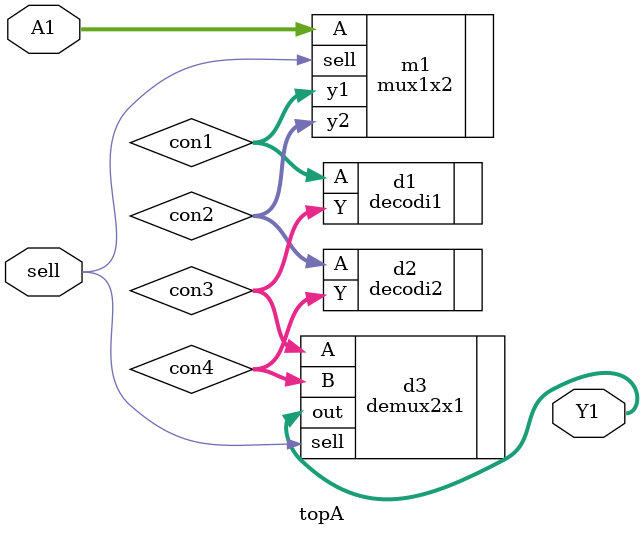
<source format=v>
module topA(A1, sell, Y1);
    input [3:0]A1;
    input sell;
    output [6:0]Y1;
    wire[3:0]con1, con2;
    wire [6:0]con3, con4; 

mux1x2 m1(
    .A(A1),
    .sell(sell),
    .y1(con1),
    .y2(con2)
);
decodi1 d1(
    .A(con1),
    .Y(con3)
);
decodi2 d2(
    .A(con2),
    .Y(con4)
);
demux2x1 d3(
    .A(con3),
    .B(con4),
    .sell(sell),
    .out(Y1)
);

endmodule 

</source>
